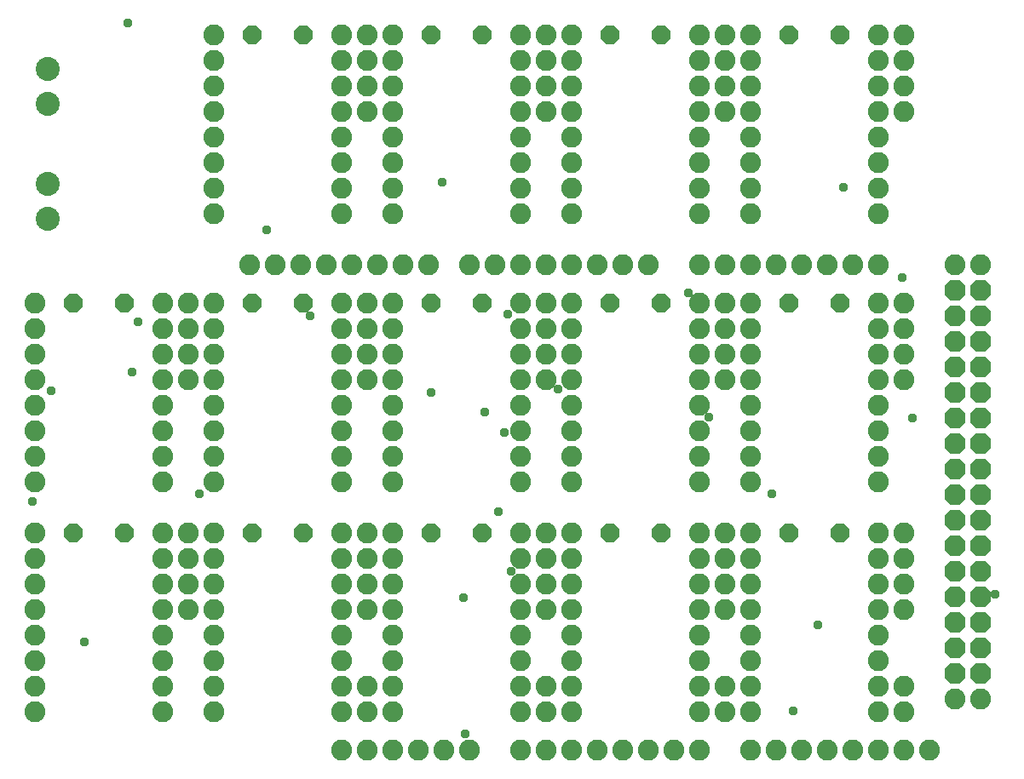
<source format=gbr>
G04 EAGLE Gerber RS-274X export*
G75*
%MOMM*%
%FSLAX34Y34*%
%LPD*%
%INSoldermask Bottom*%
%IPPOS*%
%AMOC8*
5,1,8,0,0,1.08239X$1,22.5*%
G01*
%ADD10C,2.082800*%
%ADD11P,2.254402X8X112.500000*%
%ADD12P,1.951982X8X202.500000*%
%ADD13C,2.387600*%
%ADD14C,0.959600*%


D10*
X203200Y63500D03*
X203200Y88900D03*
X203200Y114300D03*
X203200Y139700D03*
X203200Y165100D03*
X203200Y190500D03*
X203200Y215900D03*
X203200Y241300D03*
X381000Y63500D03*
X381000Y88900D03*
X381000Y114300D03*
X381000Y139700D03*
X381000Y165100D03*
X381000Y190500D03*
X381000Y215900D03*
X381000Y241300D03*
X558800Y63500D03*
X558800Y88900D03*
X558800Y114300D03*
X558800Y139700D03*
X558800Y165100D03*
X558800Y190500D03*
X558800Y215900D03*
X558800Y241300D03*
X736600Y63500D03*
X736600Y88900D03*
X736600Y114300D03*
X736600Y139700D03*
X736600Y165100D03*
X736600Y190500D03*
X736600Y215900D03*
X736600Y241300D03*
X25400Y241300D03*
X25400Y215900D03*
X25400Y190500D03*
X25400Y165100D03*
X25400Y139700D03*
X25400Y114300D03*
X25400Y88900D03*
X25400Y63500D03*
X736600Y469900D03*
X736600Y444500D03*
X736600Y419100D03*
X736600Y393700D03*
X736600Y368300D03*
X736600Y342900D03*
X736600Y317500D03*
X736600Y292100D03*
X558800Y469900D03*
X558800Y444500D03*
X558800Y419100D03*
X558800Y393700D03*
X558800Y368300D03*
X558800Y342900D03*
X558800Y317500D03*
X558800Y292100D03*
X381000Y469900D03*
X381000Y444500D03*
X381000Y419100D03*
X381000Y393700D03*
X381000Y368300D03*
X381000Y342900D03*
X381000Y317500D03*
X381000Y292100D03*
X203200Y469900D03*
X203200Y444500D03*
X203200Y419100D03*
X203200Y393700D03*
X203200Y368300D03*
X203200Y342900D03*
X203200Y317500D03*
X203200Y292100D03*
X25400Y469900D03*
X25400Y444500D03*
X25400Y419100D03*
X25400Y393700D03*
X25400Y368300D03*
X25400Y342900D03*
X25400Y317500D03*
X25400Y292100D03*
X736600Y736600D03*
X736600Y711200D03*
X736600Y685800D03*
X736600Y660400D03*
X736600Y635000D03*
X736600Y609600D03*
X736600Y584200D03*
X736600Y558800D03*
X558800Y736600D03*
X558800Y711200D03*
X558800Y685800D03*
X558800Y660400D03*
X558800Y635000D03*
X558800Y609600D03*
X558800Y584200D03*
X558800Y558800D03*
X381000Y736600D03*
X381000Y711200D03*
X381000Y685800D03*
X381000Y660400D03*
X381000Y635000D03*
X381000Y609600D03*
X381000Y584200D03*
X381000Y558800D03*
X203200Y736600D03*
X203200Y711200D03*
X203200Y685800D03*
X203200Y660400D03*
X203200Y635000D03*
X203200Y609600D03*
X203200Y584200D03*
X203200Y558800D03*
X330200Y63500D03*
X330200Y88900D03*
X330200Y114300D03*
X330200Y139700D03*
X330200Y165100D03*
X330200Y190500D03*
X330200Y215900D03*
X330200Y241300D03*
X355600Y165100D03*
X355600Y190500D03*
X355600Y215900D03*
X355600Y241300D03*
X355600Y63500D03*
X355600Y88900D03*
X533400Y63500D03*
X533400Y88900D03*
X711200Y63500D03*
X711200Y88900D03*
X889000Y63500D03*
X889000Y88900D03*
X508000Y63500D03*
X508000Y88900D03*
X508000Y114300D03*
X508000Y139700D03*
X508000Y165100D03*
X508000Y190500D03*
X508000Y215900D03*
X508000Y241300D03*
X533400Y165100D03*
X533400Y190500D03*
X533400Y215900D03*
X533400Y241300D03*
X685800Y63500D03*
X685800Y88900D03*
X685800Y114300D03*
X685800Y139700D03*
X685800Y165100D03*
X685800Y190500D03*
X685800Y215900D03*
X685800Y241300D03*
X863600Y63500D03*
X863600Y88900D03*
X863600Y114300D03*
X863600Y139700D03*
X863600Y165100D03*
X863600Y190500D03*
X863600Y215900D03*
X863600Y241300D03*
X152400Y63500D03*
X152400Y88900D03*
X152400Y114300D03*
X152400Y139700D03*
X152400Y165100D03*
X152400Y190500D03*
X152400Y215900D03*
X152400Y241300D03*
X863600Y292100D03*
X863600Y317500D03*
X863600Y342900D03*
X863600Y368300D03*
X863600Y393700D03*
X863600Y419100D03*
X863600Y444500D03*
X863600Y469900D03*
X685800Y292100D03*
X685800Y317500D03*
X685800Y342900D03*
X685800Y368300D03*
X685800Y393700D03*
X685800Y419100D03*
X685800Y444500D03*
X685800Y469900D03*
X508000Y292100D03*
X508000Y317500D03*
X508000Y342900D03*
X508000Y368300D03*
X508000Y393700D03*
X508000Y419100D03*
X508000Y444500D03*
X508000Y469900D03*
X330200Y292100D03*
X330200Y317500D03*
X330200Y342900D03*
X330200Y368300D03*
X330200Y393700D03*
X330200Y419100D03*
X330200Y444500D03*
X330200Y469900D03*
X152400Y292100D03*
X152400Y317500D03*
X152400Y342900D03*
X152400Y368300D03*
X152400Y393700D03*
X152400Y419100D03*
X152400Y444500D03*
X152400Y469900D03*
X863600Y558800D03*
X863600Y584200D03*
X863600Y609600D03*
X863600Y635000D03*
X863600Y660400D03*
X863600Y685800D03*
X863600Y711200D03*
X863600Y736600D03*
X685800Y558800D03*
X685800Y584200D03*
X685800Y609600D03*
X685800Y635000D03*
X685800Y660400D03*
X685800Y685800D03*
X685800Y711200D03*
X685800Y736600D03*
X508000Y558800D03*
X508000Y584200D03*
X508000Y609600D03*
X508000Y635000D03*
X508000Y660400D03*
X508000Y685800D03*
X508000Y711200D03*
X508000Y736600D03*
X330200Y558800D03*
X330200Y584200D03*
X330200Y609600D03*
X330200Y635000D03*
X330200Y660400D03*
X330200Y685800D03*
X330200Y711200D03*
X330200Y736600D03*
X711200Y165100D03*
X711200Y190500D03*
X711200Y215900D03*
X711200Y241300D03*
X889000Y165100D03*
X889000Y190500D03*
X889000Y215900D03*
X889000Y241300D03*
X177800Y165100D03*
X177800Y190500D03*
X177800Y215900D03*
X177800Y241300D03*
X889000Y393700D03*
X889000Y419100D03*
X889000Y444500D03*
X889000Y469900D03*
X711200Y393700D03*
X711200Y419100D03*
X711200Y444500D03*
X711200Y469900D03*
X533400Y393700D03*
X533400Y419100D03*
X533400Y444500D03*
X533400Y469900D03*
X355600Y393700D03*
X355600Y419100D03*
X355600Y444500D03*
X355600Y469900D03*
X177800Y393700D03*
X177800Y419100D03*
X177800Y444500D03*
X177800Y469900D03*
X889000Y660400D03*
X889000Y685800D03*
X889000Y711200D03*
X889000Y736600D03*
X711200Y660400D03*
X711200Y685800D03*
X711200Y711200D03*
X711200Y736600D03*
X533400Y660400D03*
X533400Y685800D03*
X533400Y711200D03*
X533400Y736600D03*
X355600Y660400D03*
X355600Y685800D03*
X355600Y711200D03*
X355600Y736600D03*
X762000Y25400D03*
X787400Y25400D03*
X812800Y25400D03*
X838200Y25400D03*
X863600Y25400D03*
X889000Y25400D03*
X914400Y25400D03*
X736600Y25400D03*
X711200Y508000D03*
X736600Y508000D03*
X762000Y508000D03*
X787400Y508000D03*
X812800Y508000D03*
X838200Y508000D03*
X863600Y508000D03*
X685800Y508000D03*
X533400Y25400D03*
X558800Y25400D03*
X584200Y25400D03*
X609600Y25400D03*
X635000Y25400D03*
X660400Y25400D03*
X685800Y25400D03*
X508000Y25400D03*
X482600Y508000D03*
X508000Y508000D03*
X533400Y508000D03*
X558800Y508000D03*
X584200Y508000D03*
X609600Y508000D03*
X635000Y508000D03*
X457200Y508000D03*
X264160Y508000D03*
X289560Y508000D03*
X314960Y508000D03*
X340360Y508000D03*
X365760Y508000D03*
X391160Y508000D03*
X416560Y508000D03*
X238760Y508000D03*
D11*
X965200Y304800D03*
X939800Y304800D03*
X965200Y330200D03*
X939800Y330200D03*
X965200Y355600D03*
X939800Y355600D03*
X965200Y381000D03*
X939800Y381000D03*
X965200Y406400D03*
X939800Y406400D03*
X965200Y431800D03*
X939800Y431800D03*
X965200Y457200D03*
X939800Y457200D03*
X965200Y482600D03*
X939800Y482600D03*
X965200Y101600D03*
X939800Y101600D03*
X965200Y127000D03*
X939800Y127000D03*
X965200Y152400D03*
X939800Y152400D03*
X965200Y177800D03*
X939800Y177800D03*
X965200Y203200D03*
X939800Y203200D03*
X965200Y228600D03*
X939800Y228600D03*
X965200Y254000D03*
X939800Y254000D03*
X965200Y279400D03*
X939800Y279400D03*
D10*
X939800Y76200D03*
X965200Y76200D03*
X939800Y508000D03*
X965200Y508000D03*
X330200Y25400D03*
X355600Y25400D03*
X381000Y25400D03*
X406400Y25400D03*
X431800Y25400D03*
X457200Y25400D03*
D12*
X114300Y241300D03*
X63500Y241300D03*
X292100Y241300D03*
X241300Y241300D03*
X469900Y241300D03*
X419100Y241300D03*
X647700Y241300D03*
X596900Y241300D03*
X825500Y241300D03*
X774700Y241300D03*
X825500Y469900D03*
X774700Y469900D03*
X647700Y469900D03*
X596900Y469900D03*
X469900Y469900D03*
X419100Y469900D03*
X292100Y469900D03*
X241300Y469900D03*
X114300Y469900D03*
X63500Y469900D03*
X825500Y736600D03*
X774700Y736600D03*
X647700Y736600D03*
X596900Y736600D03*
X469900Y736600D03*
X419100Y736600D03*
X292100Y736600D03*
X241300Y736600D03*
D13*
X38100Y553500D03*
X38100Y588500D03*
X38100Y667800D03*
X38100Y702800D03*
D14*
X778764Y64008D03*
X121920Y400812D03*
X451104Y176784D03*
X188976Y280416D03*
X22860Y272796D03*
X545592Y384048D03*
X419100Y381000D03*
X298704Y457200D03*
X41148Y382524D03*
X128016Y451104D03*
X675132Y480060D03*
X886968Y495300D03*
X829056Y585216D03*
X803148Y149352D03*
X495300Y458724D03*
X117348Y748284D03*
X452628Y41148D03*
X498348Y202692D03*
X486156Y262128D03*
X979932Y179832D03*
X757428Y280416D03*
X694944Y356616D03*
X897636Y355092D03*
X472440Y361188D03*
X492252Y341376D03*
X256032Y542544D03*
X74676Y132588D03*
X429768Y589788D03*
M02*

</source>
